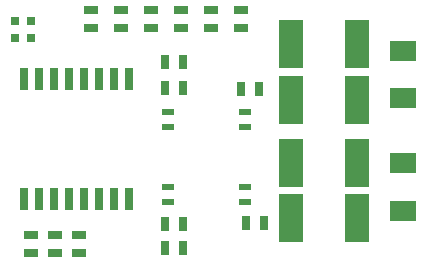
<source format=gtp>
G04 #@! TF.FileFunction,Paste,Top*
%FSLAX46Y46*%
G04 Gerber Fmt 4.6, Leading zero omitted, Abs format (unit mm)*
G04 Created by KiCad (PCBNEW (2015-01-16 BZR 5376)-product) date 25/06/2015 00:14:29*
%MOMM*%
G01*
G04 APERTURE LIST*
%ADD10C,0.150000*%
%ADD11R,0.635000X1.905000*%
%ADD12R,0.635000X1.143000*%
%ADD13R,1.143000X0.635000*%
%ADD14R,2.199640X1.800860*%
%ADD15R,2.032000X4.064000*%
%ADD16R,0.998220X0.497840*%
%ADD17R,0.750000X0.800000*%
G04 APERTURE END LIST*
D10*
D11*
X90805000Y-64770000D03*
X92075000Y-64770000D03*
X93345000Y-64770000D03*
X94615000Y-64770000D03*
X95885000Y-64770000D03*
X97155000Y-64770000D03*
X98425000Y-64770000D03*
X99695000Y-64770000D03*
X99695000Y-54610000D03*
X98425000Y-54610000D03*
X97155000Y-54610000D03*
X95885000Y-54610000D03*
X94615000Y-54610000D03*
X93345000Y-54610000D03*
X92075000Y-54610000D03*
X90805000Y-54610000D03*
D12*
X102743000Y-66929000D03*
X104267000Y-66929000D03*
X104267000Y-68961000D03*
X102743000Y-68961000D03*
X102743000Y-55372000D03*
X104267000Y-55372000D03*
X104267000Y-53213000D03*
X102743000Y-53213000D03*
D13*
X91440000Y-69342000D03*
X91440000Y-67818000D03*
X93472000Y-69342000D03*
X93472000Y-67818000D03*
X95504000Y-69342000D03*
X95504000Y-67818000D03*
X96520000Y-48768000D03*
X96520000Y-50292000D03*
X99060000Y-48768000D03*
X99060000Y-50292000D03*
X101600000Y-48768000D03*
X101600000Y-50292000D03*
X104140000Y-48768000D03*
X104140000Y-50292000D03*
X106680000Y-48768000D03*
X106680000Y-50292000D03*
X109220000Y-48768000D03*
X109220000Y-50292000D03*
D14*
X122936000Y-65760600D03*
X122936000Y-61747400D03*
X122936000Y-56235600D03*
X122936000Y-52222400D03*
D15*
X113411000Y-66421000D03*
X118999000Y-66421000D03*
X113411000Y-61722000D03*
X118999000Y-61722000D03*
X113411000Y-51689000D03*
X118999000Y-51689000D03*
X113411000Y-56388000D03*
X118999000Y-56388000D03*
D12*
X111125000Y-66802000D03*
X109601000Y-66802000D03*
X109220000Y-55499000D03*
X110744000Y-55499000D03*
D16*
X109537500Y-58674000D03*
X109537500Y-57404000D03*
X103060500Y-57404000D03*
X103060500Y-58674000D03*
X109537500Y-65024000D03*
X109537500Y-63754000D03*
X103060500Y-63754000D03*
X103060500Y-65024000D03*
D17*
X91440000Y-51169000D03*
X91440000Y-49669000D03*
X90043000Y-51169000D03*
X90043000Y-49669000D03*
M02*

</source>
